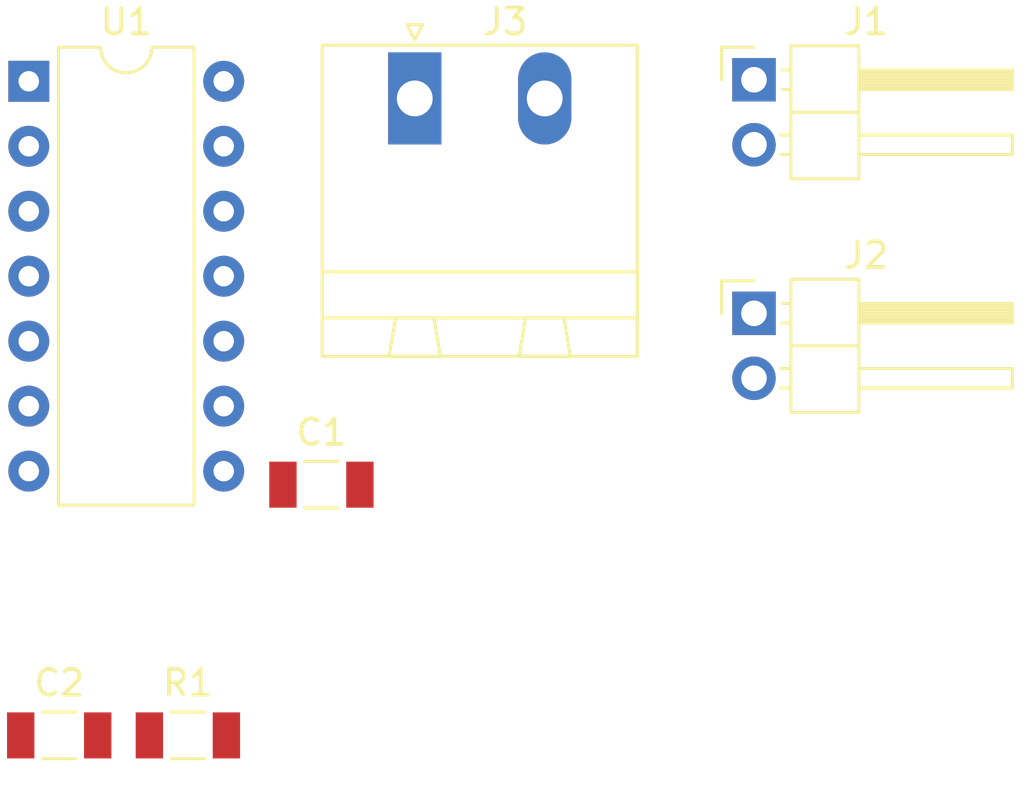
<source format=kicad_pcb>
(kicad_pcb (version 20171130) (host pcbnew "(5.0.0-rc2-dev-311-g1dd4af297)")

  (general
    (thickness 1.6)
    (drawings 0)
    (tracks 0)
    (zones 0)
    (modules 7)
    (nets 15)
  )

  (page A4)
  (layers
    (0 F.Cu signal)
    (31 B.Cu signal)
    (32 B.Adhes user)
    (33 F.Adhes user)
    (34 B.Paste user)
    (35 F.Paste user)
    (36 B.SilkS user)
    (37 F.SilkS user)
    (38 B.Mask user)
    (39 F.Mask user)
    (40 Dwgs.User user)
    (41 Cmts.User user)
    (42 Eco1.User user)
    (43 Eco2.User user)
    (44 Edge.Cuts user)
    (45 Margin user)
    (46 B.CrtYd user)
    (47 F.CrtYd user)
    (48 B.Fab user)
    (49 F.Fab user)
  )

  (setup
    (last_trace_width 0.25)
    (trace_clearance 0.2)
    (zone_clearance 0.508)
    (zone_45_only no)
    (trace_min 0.2)
    (segment_width 0.2)
    (edge_width 0.15)
    (via_size 0.8)
    (via_drill 0.4)
    (via_min_size 0.4)
    (via_min_drill 0.3)
    (uvia_size 0.3)
    (uvia_drill 0.1)
    (uvias_allowed no)
    (uvia_min_size 0.2)
    (uvia_min_drill 0.1)
    (pcb_text_width 0.3)
    (pcb_text_size 1.5 1.5)
    (mod_edge_width 0.15)
    (mod_text_size 1 1)
    (mod_text_width 0.15)
    (pad_size 1.524 1.524)
    (pad_drill 0.762)
    (pad_to_mask_clearance 0.2)
    (aux_axis_origin 0 0)
    (visible_elements FFFFFF7F)
    (pcbplotparams
      (layerselection 0x010fc_ffffffff)
      (usegerberextensions false)
      (usegerberattributes false)
      (usegerberadvancedattributes false)
      (creategerberjobfile false)
      (excludeedgelayer true)
      (linewidth 0.100000)
      (plotframeref false)
      (viasonmask false)
      (mode 1)
      (useauxorigin false)
      (hpglpennumber 1)
      (hpglpenspeed 20)
      (hpglpendiameter 15)
      (psnegative false)
      (psa4output false)
      (plotreference true)
      (plotvalue true)
      (plotinvisibletext false)
      (padsonsilk false)
      (subtractmaskfromsilk false)
      (outputformat 1)
      (mirror false)
      (drillshape 1)
      (scaleselection 1)
      (outputdirectory ""))
  )

  (net 0 "")
  (net 1 +15V)
  (net 2 GND)
  (net 3 /subsheet/OUT)
  (net 4 "Net-(J1-Pad2)")
  (net 5 /subsheet/IN)
  (net 6 "Net-(U1-Pad1)")
  (net 7 "Net-(U1-Pad8)")
  (net 8 "Net-(U1-Pad2)")
  (net 9 "Net-(U1-Pad9)")
  (net 10 "Net-(U1-Pad3)")
  (net 11 "Net-(U1-Pad12)")
  (net 12 "Net-(U1-Pad13)")
  (net 13 "Net-(U1-Pad7)")
  (net 14 "Net-(U1-Pad14)")

  (net_class Default "This is the default net class."
    (clearance 0.2)
    (trace_width 0.25)
    (via_dia 0.8)
    (via_drill 0.4)
    (uvia_dia 0.3)
    (uvia_drill 0.1)
    (add_net +15V)
    (add_net /subsheet/IN)
    (add_net /subsheet/OUT)
    (add_net GND)
    (add_net "Net-(J1-Pad2)")
    (add_net "Net-(U1-Pad1)")
    (add_net "Net-(U1-Pad12)")
    (add_net "Net-(U1-Pad13)")
    (add_net "Net-(U1-Pad14)")
    (add_net "Net-(U1-Pad2)")
    (add_net "Net-(U1-Pad3)")
    (add_net "Net-(U1-Pad7)")
    (add_net "Net-(U1-Pad8)")
    (add_net "Net-(U1-Pad9)")
  )

  (module Capacitor_SMD:C_1206_3216Metric (layer F.Cu) (tedit 59FE48B8) (tstamp 5AC615F0)
    (at 82.361001 49.1565)
    (descr "Capacitor SMD 1206 (3216 Metric), square (rectangular) end terminal, IPC_7351 nominal, (Body size source: http://www.tortai-tech.com/upload/download/2011102023233369053.pdf), generated with kicad-footprint-generator")
    (tags capacitor)
    (path /5ABA634B)
    (attr smd)
    (fp_text reference C1 (at 0 -2.05) (layer F.SilkS)
      (effects (font (size 1 1) (thickness 0.15)))
    )
    (fp_text value C (at 0 2.05) (layer F.Fab)
      (effects (font (size 1 1) (thickness 0.15)))
    )
    (fp_line (start -1.6 0.8) (end -1.6 -0.8) (layer F.Fab) (width 0.1))
    (fp_line (start -1.6 -0.8) (end 1.6 -0.8) (layer F.Fab) (width 0.1))
    (fp_line (start 1.6 -0.8) (end 1.6 0.8) (layer F.Fab) (width 0.1))
    (fp_line (start 1.6 0.8) (end -1.6 0.8) (layer F.Fab) (width 0.1))
    (fp_line (start -0.65 -0.91) (end 0.65 -0.91) (layer F.SilkS) (width 0.12))
    (fp_line (start -0.65 0.91) (end 0.65 0.91) (layer F.SilkS) (width 0.12))
    (fp_line (start -2.29 1.15) (end -2.29 -1.15) (layer F.CrtYd) (width 0.05))
    (fp_line (start -2.29 -1.15) (end 2.29 -1.15) (layer F.CrtYd) (width 0.05))
    (fp_line (start 2.29 -1.15) (end 2.29 1.15) (layer F.CrtYd) (width 0.05))
    (fp_line (start 2.29 1.15) (end -2.29 1.15) (layer F.CrtYd) (width 0.05))
    (fp_text user %R (at 0 0) (layer F.Fab)
      (effects (font (size 0.8 0.8) (thickness 0.12)))
    )
    (pad 1 smd rect (at -1.505 0) (size 1.07 1.8) (layers F.Cu F.Paste F.Mask)
      (net 1 +15V))
    (pad 2 smd rect (at 1.505 0) (size 1.07 1.8) (layers F.Cu F.Paste F.Mask)
      (net 2 GND))
    (model ${KISYS3DMOD}/Capacitor_SMD.3dshapes/C_1206_3216Metric.wrl
      (at (xyz 0 0 0))
      (scale (xyz 1 1 1))
      (rotate (xyz 0 0 0))
    )
  )

  (module Capacitor_SMD:C_1206_3216Metric (layer F.Cu) (tedit 59FE48B8) (tstamp 5AC61601)
    (at 72.111001 58.9565)
    (descr "Capacitor SMD 1206 (3216 Metric), square (rectangular) end terminal, IPC_7351 nominal, (Body size source: http://www.tortai-tech.com/upload/download/2011102023233369053.pdf), generated with kicad-footprint-generator")
    (tags capacitor)
    (path /5ABA542D/5ABA5ABB)
    (attr smd)
    (fp_text reference C2 (at 0 -2.05) (layer F.SilkS)
      (effects (font (size 1 1) (thickness 0.15)))
    )
    (fp_text value C (at 0 2.05) (layer F.Fab)
      (effects (font (size 1 1) (thickness 0.15)))
    )
    (fp_text user %R (at 0 0) (layer F.Fab)
      (effects (font (size 0.8 0.8) (thickness 0.12)))
    )
    (fp_line (start 2.29 1.15) (end -2.29 1.15) (layer F.CrtYd) (width 0.05))
    (fp_line (start 2.29 -1.15) (end 2.29 1.15) (layer F.CrtYd) (width 0.05))
    (fp_line (start -2.29 -1.15) (end 2.29 -1.15) (layer F.CrtYd) (width 0.05))
    (fp_line (start -2.29 1.15) (end -2.29 -1.15) (layer F.CrtYd) (width 0.05))
    (fp_line (start -0.65 0.91) (end 0.65 0.91) (layer F.SilkS) (width 0.12))
    (fp_line (start -0.65 -0.91) (end 0.65 -0.91) (layer F.SilkS) (width 0.12))
    (fp_line (start 1.6 0.8) (end -1.6 0.8) (layer F.Fab) (width 0.1))
    (fp_line (start 1.6 -0.8) (end 1.6 0.8) (layer F.Fab) (width 0.1))
    (fp_line (start -1.6 -0.8) (end 1.6 -0.8) (layer F.Fab) (width 0.1))
    (fp_line (start -1.6 0.8) (end -1.6 -0.8) (layer F.Fab) (width 0.1))
    (pad 2 smd rect (at 1.505 0) (size 1.07 1.8) (layers F.Cu F.Paste F.Mask)
      (net 2 GND))
    (pad 1 smd rect (at -1.505 0) (size 1.07 1.8) (layers F.Cu F.Paste F.Mask)
      (net 3 /subsheet/OUT))
    (model ${KISYS3DMOD}/Capacitor_SMD.3dshapes/C_1206_3216Metric.wrl
      (at (xyz 0 0 0))
      (scale (xyz 1 1 1))
      (rotate (xyz 0 0 0))
    )
  )

  (module Connector_PinHeader_2.54mm:PinHeader_1x02_P2.54mm_Horizontal (layer F.Cu) (tedit 59FED5CB) (tstamp 5AC61634)
    (at 99.271001 33.3265)
    (descr "Through hole angled pin header, 1x02, 2.54mm pitch, 6mm pin length, single row")
    (tags "Through hole angled pin header THT 1x02 2.54mm single row")
    (path /5ABA6777)
    (fp_text reference J1 (at 4.385 -2.27) (layer F.SilkS)
      (effects (font (size 1 1) (thickness 0.15)))
    )
    (fp_text value Conn_01x02 (at 4.385 4.81) (layer F.Fab)
      (effects (font (size 1 1) (thickness 0.15)))
    )
    (fp_line (start 2.135 -1.27) (end 4.04 -1.27) (layer F.Fab) (width 0.1))
    (fp_line (start 4.04 -1.27) (end 4.04 3.81) (layer F.Fab) (width 0.1))
    (fp_line (start 4.04 3.81) (end 1.5 3.81) (layer F.Fab) (width 0.1))
    (fp_line (start 1.5 3.81) (end 1.5 -0.635) (layer F.Fab) (width 0.1))
    (fp_line (start 1.5 -0.635) (end 2.135 -1.27) (layer F.Fab) (width 0.1))
    (fp_line (start -0.32 -0.32) (end 1.5 -0.32) (layer F.Fab) (width 0.1))
    (fp_line (start -0.32 -0.32) (end -0.32 0.32) (layer F.Fab) (width 0.1))
    (fp_line (start -0.32 0.32) (end 1.5 0.32) (layer F.Fab) (width 0.1))
    (fp_line (start 4.04 -0.32) (end 10.04 -0.32) (layer F.Fab) (width 0.1))
    (fp_line (start 10.04 -0.32) (end 10.04 0.32) (layer F.Fab) (width 0.1))
    (fp_line (start 4.04 0.32) (end 10.04 0.32) (layer F.Fab) (width 0.1))
    (fp_line (start -0.32 2.22) (end 1.5 2.22) (layer F.Fab) (width 0.1))
    (fp_line (start -0.32 2.22) (end -0.32 2.86) (layer F.Fab) (width 0.1))
    (fp_line (start -0.32 2.86) (end 1.5 2.86) (layer F.Fab) (width 0.1))
    (fp_line (start 4.04 2.22) (end 10.04 2.22) (layer F.Fab) (width 0.1))
    (fp_line (start 10.04 2.22) (end 10.04 2.86) (layer F.Fab) (width 0.1))
    (fp_line (start 4.04 2.86) (end 10.04 2.86) (layer F.Fab) (width 0.1))
    (fp_line (start 1.44 -1.33) (end 1.44 3.87) (layer F.SilkS) (width 0.12))
    (fp_line (start 1.44 3.87) (end 4.1 3.87) (layer F.SilkS) (width 0.12))
    (fp_line (start 4.1 3.87) (end 4.1 -1.33) (layer F.SilkS) (width 0.12))
    (fp_line (start 4.1 -1.33) (end 1.44 -1.33) (layer F.SilkS) (width 0.12))
    (fp_line (start 4.1 -0.38) (end 10.1 -0.38) (layer F.SilkS) (width 0.12))
    (fp_line (start 10.1 -0.38) (end 10.1 0.38) (layer F.SilkS) (width 0.12))
    (fp_line (start 10.1 0.38) (end 4.1 0.38) (layer F.SilkS) (width 0.12))
    (fp_line (start 4.1 -0.32) (end 10.1 -0.32) (layer F.SilkS) (width 0.12))
    (fp_line (start 4.1 -0.2) (end 10.1 -0.2) (layer F.SilkS) (width 0.12))
    (fp_line (start 4.1 -0.08) (end 10.1 -0.08) (layer F.SilkS) (width 0.12))
    (fp_line (start 4.1 0.04) (end 10.1 0.04) (layer F.SilkS) (width 0.12))
    (fp_line (start 4.1 0.16) (end 10.1 0.16) (layer F.SilkS) (width 0.12))
    (fp_line (start 4.1 0.28) (end 10.1 0.28) (layer F.SilkS) (width 0.12))
    (fp_line (start 1.11 -0.38) (end 1.44 -0.38) (layer F.SilkS) (width 0.12))
    (fp_line (start 1.11 0.38) (end 1.44 0.38) (layer F.SilkS) (width 0.12))
    (fp_line (start 1.44 1.27) (end 4.1 1.27) (layer F.SilkS) (width 0.12))
    (fp_line (start 4.1 2.16) (end 10.1 2.16) (layer F.SilkS) (width 0.12))
    (fp_line (start 10.1 2.16) (end 10.1 2.92) (layer F.SilkS) (width 0.12))
    (fp_line (start 10.1 2.92) (end 4.1 2.92) (layer F.SilkS) (width 0.12))
    (fp_line (start 1.042929 2.16) (end 1.44 2.16) (layer F.SilkS) (width 0.12))
    (fp_line (start 1.042929 2.92) (end 1.44 2.92) (layer F.SilkS) (width 0.12))
    (fp_line (start -1.27 0) (end -1.27 -1.27) (layer F.SilkS) (width 0.12))
    (fp_line (start -1.27 -1.27) (end 0 -1.27) (layer F.SilkS) (width 0.12))
    (fp_line (start -1.8 -1.8) (end -1.8 4.35) (layer F.CrtYd) (width 0.05))
    (fp_line (start -1.8 4.35) (end 10.55 4.35) (layer F.CrtYd) (width 0.05))
    (fp_line (start 10.55 4.35) (end 10.55 -1.8) (layer F.CrtYd) (width 0.05))
    (fp_line (start 10.55 -1.8) (end -1.8 -1.8) (layer F.CrtYd) (width 0.05))
    (fp_text user %R (at 2.77 1.27 90) (layer F.Fab)
      (effects (font (size 1 1) (thickness 0.15)))
    )
    (pad 1 thru_hole rect (at 0 0) (size 1.7 1.7) (drill 1) (layers *.Cu *.Mask)
      (net 2 GND))
    (pad 2 thru_hole oval (at 0 2.54) (size 1.7 1.7) (drill 1) (layers *.Cu *.Mask)
      (net 4 "Net-(J1-Pad2)"))
    (model ${KISYS3DMOD}/Connector_PinHeader_2.54mm.3dshapes/PinHeader_1x02_P2.54mm_Horizontal.wrl
      (at (xyz 0 0 0))
      (scale (xyz 1 1 1))
      (rotate (xyz 0 0 0))
    )
  )

  (module Connector_PinHeader_2.54mm:PinHeader_1x02_P2.54mm_Horizontal (layer F.Cu) (tedit 59FED5CB) (tstamp 5AC61667)
    (at 99.271001 42.4565)
    (descr "Through hole angled pin header, 1x02, 2.54mm pitch, 6mm pin length, single row")
    (tags "Through hole angled pin header THT 1x02 2.54mm single row")
    (path /5ABA6AF0)
    (fp_text reference J2 (at 4.385 -2.27) (layer F.SilkS)
      (effects (font (size 1 1) (thickness 0.15)))
    )
    (fp_text value Conn_01x02 (at 4.385 4.81) (layer F.Fab)
      (effects (font (size 1 1) (thickness 0.15)))
    )
    (fp_text user %R (at 2.77 1.27 90) (layer F.Fab)
      (effects (font (size 1 1) (thickness 0.15)))
    )
    (fp_line (start 10.55 -1.8) (end -1.8 -1.8) (layer F.CrtYd) (width 0.05))
    (fp_line (start 10.55 4.35) (end 10.55 -1.8) (layer F.CrtYd) (width 0.05))
    (fp_line (start -1.8 4.35) (end 10.55 4.35) (layer F.CrtYd) (width 0.05))
    (fp_line (start -1.8 -1.8) (end -1.8 4.35) (layer F.CrtYd) (width 0.05))
    (fp_line (start -1.27 -1.27) (end 0 -1.27) (layer F.SilkS) (width 0.12))
    (fp_line (start -1.27 0) (end -1.27 -1.27) (layer F.SilkS) (width 0.12))
    (fp_line (start 1.042929 2.92) (end 1.44 2.92) (layer F.SilkS) (width 0.12))
    (fp_line (start 1.042929 2.16) (end 1.44 2.16) (layer F.SilkS) (width 0.12))
    (fp_line (start 10.1 2.92) (end 4.1 2.92) (layer F.SilkS) (width 0.12))
    (fp_line (start 10.1 2.16) (end 10.1 2.92) (layer F.SilkS) (width 0.12))
    (fp_line (start 4.1 2.16) (end 10.1 2.16) (layer F.SilkS) (width 0.12))
    (fp_line (start 1.44 1.27) (end 4.1 1.27) (layer F.SilkS) (width 0.12))
    (fp_line (start 1.11 0.38) (end 1.44 0.38) (layer F.SilkS) (width 0.12))
    (fp_line (start 1.11 -0.38) (end 1.44 -0.38) (layer F.SilkS) (width 0.12))
    (fp_line (start 4.1 0.28) (end 10.1 0.28) (layer F.SilkS) (width 0.12))
    (fp_line (start 4.1 0.16) (end 10.1 0.16) (layer F.SilkS) (width 0.12))
    (fp_line (start 4.1 0.04) (end 10.1 0.04) (layer F.SilkS) (width 0.12))
    (fp_line (start 4.1 -0.08) (end 10.1 -0.08) (layer F.SilkS) (width 0.12))
    (fp_line (start 4.1 -0.2) (end 10.1 -0.2) (layer F.SilkS) (width 0.12))
    (fp_line (start 4.1 -0.32) (end 10.1 -0.32) (layer F.SilkS) (width 0.12))
    (fp_line (start 10.1 0.38) (end 4.1 0.38) (layer F.SilkS) (width 0.12))
    (fp_line (start 10.1 -0.38) (end 10.1 0.38) (layer F.SilkS) (width 0.12))
    (fp_line (start 4.1 -0.38) (end 10.1 -0.38) (layer F.SilkS) (width 0.12))
    (fp_line (start 4.1 -1.33) (end 1.44 -1.33) (layer F.SilkS) (width 0.12))
    (fp_line (start 4.1 3.87) (end 4.1 -1.33) (layer F.SilkS) (width 0.12))
    (fp_line (start 1.44 3.87) (end 4.1 3.87) (layer F.SilkS) (width 0.12))
    (fp_line (start 1.44 -1.33) (end 1.44 3.87) (layer F.SilkS) (width 0.12))
    (fp_line (start 4.04 2.86) (end 10.04 2.86) (layer F.Fab) (width 0.1))
    (fp_line (start 10.04 2.22) (end 10.04 2.86) (layer F.Fab) (width 0.1))
    (fp_line (start 4.04 2.22) (end 10.04 2.22) (layer F.Fab) (width 0.1))
    (fp_line (start -0.32 2.86) (end 1.5 2.86) (layer F.Fab) (width 0.1))
    (fp_line (start -0.32 2.22) (end -0.32 2.86) (layer F.Fab) (width 0.1))
    (fp_line (start -0.32 2.22) (end 1.5 2.22) (layer F.Fab) (width 0.1))
    (fp_line (start 4.04 0.32) (end 10.04 0.32) (layer F.Fab) (width 0.1))
    (fp_line (start 10.04 -0.32) (end 10.04 0.32) (layer F.Fab) (width 0.1))
    (fp_line (start 4.04 -0.32) (end 10.04 -0.32) (layer F.Fab) (width 0.1))
    (fp_line (start -0.32 0.32) (end 1.5 0.32) (layer F.Fab) (width 0.1))
    (fp_line (start -0.32 -0.32) (end -0.32 0.32) (layer F.Fab) (width 0.1))
    (fp_line (start -0.32 -0.32) (end 1.5 -0.32) (layer F.Fab) (width 0.1))
    (fp_line (start 1.5 -0.635) (end 2.135 -1.27) (layer F.Fab) (width 0.1))
    (fp_line (start 1.5 3.81) (end 1.5 -0.635) (layer F.Fab) (width 0.1))
    (fp_line (start 4.04 3.81) (end 1.5 3.81) (layer F.Fab) (width 0.1))
    (fp_line (start 4.04 -1.27) (end 4.04 3.81) (layer F.Fab) (width 0.1))
    (fp_line (start 2.135 -1.27) (end 4.04 -1.27) (layer F.Fab) (width 0.1))
    (pad 2 thru_hole oval (at 0 2.54) (size 1.7 1.7) (drill 1) (layers *.Cu *.Mask)
      (net 1 +15V))
    (pad 1 thru_hole rect (at 0 0) (size 1.7 1.7) (drill 1) (layers *.Cu *.Mask)
      (net 2 GND))
    (model ${KISYS3DMOD}/Connector_PinHeader_2.54mm.3dshapes/PinHeader_1x02_P2.54mm_Horizontal.wrl
      (at (xyz 0 0 0))
      (scale (xyz 1 1 1))
      (rotate (xyz 0 0 0))
    )
  )

  (module Connector_Phoenix_MSTB:PhoenixContact_MSTBA_2,5_2-G-5,08_1x02_P5.08mm_Horizontal (layer F.Cu) (tedit 5A00FA1E) (tstamp 5AC6168B)
    (at 86.009571 34.0565)
    (descr "Generic Phoenix Contact connector footprint for: MSTBA_2,5/2-G-5,08; number of pins: 02; pin pitch: 5.08mm; Angled || order number: 1757242 12A || order number: 1923869 16A (HC)")
    (tags "phoenix_contact connector MSTBA_01x02_G_5.08mm")
    (path /5ABA6E1A)
    (fp_text reference J3 (at 3.54 -3) (layer F.SilkS)
      (effects (font (size 1 1) (thickness 0.15)))
    )
    (fp_text value Screw_Terminal_01x02 (at 2.54 11) (layer F.Fab)
      (effects (font (size 1 1) (thickness 0.15)))
    )
    (fp_line (start -3.62 -2.08) (end -3.62 10.08) (layer F.SilkS) (width 0.12))
    (fp_line (start -3.62 10.08) (end 8.7 10.08) (layer F.SilkS) (width 0.12))
    (fp_line (start 8.7 10.08) (end 8.7 -2.08) (layer F.SilkS) (width 0.12))
    (fp_line (start 8.7 -2.08) (end -3.62 -2.08) (layer F.SilkS) (width 0.12))
    (fp_line (start -3.54 -2) (end -3.54 10) (layer F.Fab) (width 0.1))
    (fp_line (start -3.54 10) (end 8.62 10) (layer F.Fab) (width 0.1))
    (fp_line (start 8.62 10) (end 8.62 -2) (layer F.Fab) (width 0.1))
    (fp_line (start 8.62 -2) (end -3.54 -2) (layer F.Fab) (width 0.1))
    (fp_line (start -3.62 8.58) (end -3.62 6.78) (layer F.SilkS) (width 0.12))
    (fp_line (start -3.62 6.78) (end 8.7 6.78) (layer F.SilkS) (width 0.12))
    (fp_line (start 8.7 6.78) (end 8.7 8.58) (layer F.SilkS) (width 0.12))
    (fp_line (start 8.7 8.58) (end -3.62 8.58) (layer F.SilkS) (width 0.12))
    (fp_line (start -1 10.08) (end 1 10.08) (layer F.SilkS) (width 0.12))
    (fp_line (start 1 10.08) (end 0.75 8.58) (layer F.SilkS) (width 0.12))
    (fp_line (start 0.75 8.58) (end -0.75 8.58) (layer F.SilkS) (width 0.12))
    (fp_line (start -0.75 8.58) (end -1 10.08) (layer F.SilkS) (width 0.12))
    (fp_line (start 4.08 10.08) (end 6.08 10.08) (layer F.SilkS) (width 0.12))
    (fp_line (start 6.08 10.08) (end 5.83 8.58) (layer F.SilkS) (width 0.12))
    (fp_line (start 5.83 8.58) (end 4.33 8.58) (layer F.SilkS) (width 0.12))
    (fp_line (start 4.33 8.58) (end 4.08 10.08) (layer F.SilkS) (width 0.12))
    (fp_line (start -4.04 -2.5) (end -4.04 10.5) (layer F.CrtYd) (width 0.05))
    (fp_line (start -4.04 10.5) (end 9.12 10.5) (layer F.CrtYd) (width 0.05))
    (fp_line (start 9.12 10.5) (end 9.12 -2.5) (layer F.CrtYd) (width 0.05))
    (fp_line (start 9.12 -2.5) (end -4.04 -2.5) (layer F.CrtYd) (width 0.05))
    (fp_line (start 0.3 -2.88) (end 0 -2.28) (layer F.SilkS) (width 0.12))
    (fp_line (start 0 -2.28) (end -0.3 -2.88) (layer F.SilkS) (width 0.12))
    (fp_line (start -0.3 -2.88) (end 0.3 -2.88) (layer F.SilkS) (width 0.12))
    (fp_line (start 0.95 -2) (end 0 -0.5) (layer F.Fab) (width 0.1))
    (fp_line (start 0 -0.5) (end -0.95 -2) (layer F.Fab) (width 0.1))
    (fp_text user %R (at 3.54 3) (layer F.Fab)
      (effects (font (size 1 1) (thickness 0.15)))
    )
    (pad 1 thru_hole rect (at 0 0) (size 2.08 3.6) (drill 1.4) (layers *.Cu *.Mask)
      (net 3 /subsheet/OUT))
    (pad 2 thru_hole oval (at 5.08 0) (size 2.08 3.6) (drill 1.4) (layers *.Cu *.Mask)
      (net 2 GND))
    (model D:\Mitja\Plate\Kicad_libs\action_plugins\archive_project\PhoenixContact_MSTBA_2,5_2-G-5,08_1x02_P5.08mm_Horizontal.wrl 
      (at (xyz 0 0 0))
      (scale (xyz 1 1 1))
      (rotate (xyz 0 0 0))
    )
  )

  (module Resistor_SMD:R_1206_3216Metric (layer F.Cu) (tedit 59FE48B8) (tstamp 5AC6169C)
    (at 77.141001 58.9565)
    (descr "Resistor SMD 1206 (3216 Metric), square (rectangular) end terminal, IPC_7351 nominal, (Body size source: http://www.tortai-tech.com/upload/download/2011102023233369053.pdf), generated with kicad-footprint-generator")
    (tags resistor)
    (path /5ABA542D/5ABA5B10)
    (attr smd)
    (fp_text reference R1 (at 0 -2.05) (layer F.SilkS)
      (effects (font (size 1 1) (thickness 0.15)))
    )
    (fp_text value R (at 0 2.05) (layer F.Fab)
      (effects (font (size 1 1) (thickness 0.15)))
    )
    (fp_line (start -1.6 0.8) (end -1.6 -0.8) (layer F.Fab) (width 0.1))
    (fp_line (start -1.6 -0.8) (end 1.6 -0.8) (layer F.Fab) (width 0.1))
    (fp_line (start 1.6 -0.8) (end 1.6 0.8) (layer F.Fab) (width 0.1))
    (fp_line (start 1.6 0.8) (end -1.6 0.8) (layer F.Fab) (width 0.1))
    (fp_line (start -0.65 -0.91) (end 0.65 -0.91) (layer F.SilkS) (width 0.12))
    (fp_line (start -0.65 0.91) (end 0.65 0.91) (layer F.SilkS) (width 0.12))
    (fp_line (start -2.29 1.15) (end -2.29 -1.15) (layer F.CrtYd) (width 0.05))
    (fp_line (start -2.29 -1.15) (end 2.29 -1.15) (layer F.CrtYd) (width 0.05))
    (fp_line (start 2.29 -1.15) (end 2.29 1.15) (layer F.CrtYd) (width 0.05))
    (fp_line (start 2.29 1.15) (end -2.29 1.15) (layer F.CrtYd) (width 0.05))
    (fp_text user %R (at 0 0) (layer F.Fab)
      (effects (font (size 0.8 0.8) (thickness 0.12)))
    )
    (pad 1 smd rect (at -1.505 0) (size 1.07 1.8) (layers F.Cu F.Paste F.Mask)
      (net 3 /subsheet/OUT))
    (pad 2 smd rect (at 1.505 0) (size 1.07 1.8) (layers F.Cu F.Paste F.Mask)
      (net 5 /subsheet/IN))
    (model R_1206_3216Metric.wrl
      (at (xyz 0 0 0))
      (scale (xyz 1 1 1))
      (rotate (xyz 0 0 0))
    )
  )

  (module Package_DIP:DIP-14_W7.62mm (layer F.Cu) (tedit 5A02E8C5) (tstamp 5AC616BE)
    (at 70.921001 33.3865)
    (descr "14-lead though-hole mounted DIP package, row spacing 7.62 mm (300 mils)")
    (tags "THT DIP DIL PDIP 2.54mm 7.62mm 300mil")
    (path /5ABA5C92)
    (fp_text reference U1 (at 3.81 -2.33) (layer F.SilkS)
      (effects (font (size 1 1) (thickness 0.15)))
    )
    (fp_text value LM318J (at 3.81 17.57) (layer F.Fab)
      (effects (font (size 1 1) (thickness 0.15)))
    )
    (fp_arc (start 3.81 -1.33) (end 2.81 -1.33) (angle -180) (layer F.SilkS) (width 0.12))
    (fp_line (start 1.635 -1.27) (end 6.985 -1.27) (layer F.Fab) (width 0.1))
    (fp_line (start 6.985 -1.27) (end 6.985 16.51) (layer F.Fab) (width 0.1))
    (fp_line (start 6.985 16.51) (end 0.635 16.51) (layer F.Fab) (width 0.1))
    (fp_line (start 0.635 16.51) (end 0.635 -0.27) (layer F.Fab) (width 0.1))
    (fp_line (start 0.635 -0.27) (end 1.635 -1.27) (layer F.Fab) (width 0.1))
    (fp_line (start 2.81 -1.33) (end 1.16 -1.33) (layer F.SilkS) (width 0.12))
    (fp_line (start 1.16 -1.33) (end 1.16 16.57) (layer F.SilkS) (width 0.12))
    (fp_line (start 1.16 16.57) (end 6.46 16.57) (layer F.SilkS) (width 0.12))
    (fp_line (start 6.46 16.57) (end 6.46 -1.33) (layer F.SilkS) (width 0.12))
    (fp_line (start 6.46 -1.33) (end 4.81 -1.33) (layer F.SilkS) (width 0.12))
    (fp_line (start -1.1 -1.55) (end -1.1 16.8) (layer F.CrtYd) (width 0.05))
    (fp_line (start -1.1 16.8) (end 8.7 16.8) (layer F.CrtYd) (width 0.05))
    (fp_line (start 8.7 16.8) (end 8.7 -1.55) (layer F.CrtYd) (width 0.05))
    (fp_line (start 8.7 -1.55) (end -1.1 -1.55) (layer F.CrtYd) (width 0.05))
    (fp_text user %R (at 3.81 7.62) (layer F.Fab)
      (effects (font (size 1 1) (thickness 0.15)))
    )
    (pad 1 thru_hole rect (at 0 0) (size 1.6 1.6) (drill 0.8) (layers *.Cu *.Mask)
      (net 6 "Net-(U1-Pad1)"))
    (pad 8 thru_hole oval (at 7.62 15.24) (size 1.6 1.6) (drill 0.8) (layers *.Cu *.Mask)
      (net 7 "Net-(U1-Pad8)"))
    (pad 2 thru_hole oval (at 0 2.54) (size 1.6 1.6) (drill 0.8) (layers *.Cu *.Mask)
      (net 8 "Net-(U1-Pad2)"))
    (pad 9 thru_hole oval (at 7.62 12.7) (size 1.6 1.6) (drill 0.8) (layers *.Cu *.Mask)
      (net 9 "Net-(U1-Pad9)"))
    (pad 3 thru_hole oval (at 0 5.08) (size 1.6 1.6) (drill 0.8) (layers *.Cu *.Mask)
      (net 10 "Net-(U1-Pad3)"))
    (pad 10 thru_hole oval (at 7.62 10.16) (size 1.6 1.6) (drill 0.8) (layers *.Cu *.Mask)
      (net 5 /subsheet/IN))
    (pad 4 thru_hole oval (at 0 7.62) (size 1.6 1.6) (drill 0.8) (layers *.Cu *.Mask)
      (net 5 /subsheet/IN))
    (pad 11 thru_hole oval (at 7.62 7.62) (size 1.6 1.6) (drill 0.8) (layers *.Cu *.Mask)
      (net 1 +15V))
    (pad 5 thru_hole oval (at 0 10.16) (size 1.6 1.6) (drill 0.8) (layers *.Cu *.Mask)
      (net 4 "Net-(J1-Pad2)"))
    (pad 12 thru_hole oval (at 7.62 5.08) (size 1.6 1.6) (drill 0.8) (layers *.Cu *.Mask)
      (net 11 "Net-(U1-Pad12)"))
    (pad 6 thru_hole oval (at 0 12.7) (size 1.6 1.6) (drill 0.8) (layers *.Cu *.Mask)
      (net 2 GND))
    (pad 13 thru_hole oval (at 7.62 2.54) (size 1.6 1.6) (drill 0.8) (layers *.Cu *.Mask)
      (net 12 "Net-(U1-Pad13)"))
    (pad 7 thru_hole oval (at 0 15.24) (size 1.6 1.6) (drill 0.8) (layers *.Cu *.Mask)
      (net 13 "Net-(U1-Pad7)"))
    (pad 14 thru_hole oval (at 7.62 0) (size 1.6 1.6) (drill 0.8) (layers *.Cu *.Mask)
      (net 14 "Net-(U1-Pad14)"))
    (model ${KISYS3DMOD}/Package_DIP.3dshapes/DIP-14_W7.62mm.wrl
      (at (xyz 0 0 0))
      (scale (xyz 1 1 1))
      (rotate (xyz 0 0 0))
    )
  )

)

</source>
